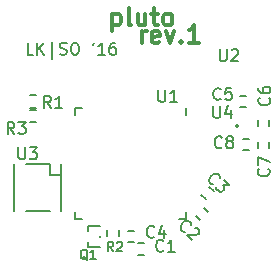
<source format=gto>
G04 #@! TF.FileFunction,Legend,Top*
%FSLAX46Y46*%
G04 Gerber Fmt 4.6, Leading zero omitted, Abs format (unit mm)*
G04 Created by KiCad (PCBNEW 4.0.2-stable) date Mon 11 Apr 2016 05:04:25 PM CEST*
%MOMM*%
G01*
G04 APERTURE LIST*
%ADD10C,0.100000*%
%ADD11C,0.200000*%
%ADD12C,0.300000*%
%ADD13C,0.203200*%
%ADD14C,0.150000*%
%ADD15C,0.152400*%
G04 APERTURE END LIST*
D10*
D11*
X49767405Y-89293381D02*
X49291214Y-89293381D01*
X49291214Y-88293381D01*
X50100738Y-89293381D02*
X50100738Y-88293381D01*
X50672167Y-89293381D02*
X50243595Y-88721952D01*
X50672167Y-88293381D02*
X50100738Y-88864810D01*
X51338833Y-89626714D02*
X51338833Y-88198143D01*
X52005500Y-89245762D02*
X52148357Y-89293381D01*
X52386453Y-89293381D01*
X52481691Y-89245762D01*
X52529310Y-89198143D01*
X52576929Y-89102905D01*
X52576929Y-89007667D01*
X52529310Y-88912429D01*
X52481691Y-88864810D01*
X52386453Y-88817190D01*
X52195976Y-88769571D01*
X52100738Y-88721952D01*
X52053119Y-88674333D01*
X52005500Y-88579095D01*
X52005500Y-88483857D01*
X52053119Y-88388619D01*
X52100738Y-88341000D01*
X52195976Y-88293381D01*
X52434072Y-88293381D01*
X52576929Y-88341000D01*
X53195976Y-88293381D02*
X53386453Y-88293381D01*
X53481691Y-88341000D01*
X53576929Y-88436238D01*
X53624548Y-88626714D01*
X53624548Y-88960048D01*
X53576929Y-89150524D01*
X53481691Y-89245762D01*
X53386453Y-89293381D01*
X53195976Y-89293381D01*
X53100738Y-89245762D01*
X53005500Y-89150524D01*
X52957881Y-88960048D01*
X52957881Y-88626714D01*
X53005500Y-88436238D01*
X53100738Y-88341000D01*
X53195976Y-88293381D01*
X54862643Y-88293381D02*
X54767405Y-88483857D01*
X55815024Y-89293381D02*
X55243595Y-89293381D01*
X55529309Y-89293381D02*
X55529309Y-88293381D01*
X55434071Y-88436238D01*
X55338833Y-88531476D01*
X55243595Y-88579095D01*
X56672167Y-88293381D02*
X56481690Y-88293381D01*
X56386452Y-88341000D01*
X56338833Y-88388619D01*
X56243595Y-88531476D01*
X56195976Y-88721952D01*
X56195976Y-89102905D01*
X56243595Y-89198143D01*
X56291214Y-89245762D01*
X56386452Y-89293381D01*
X56576929Y-89293381D01*
X56672167Y-89245762D01*
X56719786Y-89198143D01*
X56767405Y-89102905D01*
X56767405Y-88864810D01*
X56719786Y-88769571D01*
X56672167Y-88721952D01*
X56576929Y-88674333D01*
X56386452Y-88674333D01*
X56291214Y-88721952D01*
X56243595Y-88769571D01*
X56195976Y-88864810D01*
D12*
X58912644Y-88319571D02*
X58912644Y-87319571D01*
X58912644Y-87605286D02*
X58984072Y-87462429D01*
X59055501Y-87391000D01*
X59198358Y-87319571D01*
X59341215Y-87319571D01*
X60412643Y-88248143D02*
X60269786Y-88319571D01*
X59984072Y-88319571D01*
X59841215Y-88248143D01*
X59769786Y-88105286D01*
X59769786Y-87533857D01*
X59841215Y-87391000D01*
X59984072Y-87319571D01*
X60269786Y-87319571D01*
X60412643Y-87391000D01*
X60484072Y-87533857D01*
X60484072Y-87676714D01*
X59769786Y-87819571D01*
X60984072Y-87319571D02*
X61341215Y-88319571D01*
X61698357Y-87319571D01*
X62269786Y-88176714D02*
X62341214Y-88248143D01*
X62269786Y-88319571D01*
X62198357Y-88248143D01*
X62269786Y-88176714D01*
X62269786Y-88319571D01*
X63769786Y-88319571D02*
X62912643Y-88319571D01*
X63341215Y-88319571D02*
X63341215Y-86819571D01*
X63198358Y-87033857D01*
X63055500Y-87176714D01*
X62912643Y-87248143D01*
X56455500Y-85819571D02*
X56455500Y-87319571D01*
X56455500Y-85891000D02*
X56598357Y-85819571D01*
X56884071Y-85819571D01*
X57026928Y-85891000D01*
X57098357Y-85962429D01*
X57169786Y-86105286D01*
X57169786Y-86533857D01*
X57098357Y-86676714D01*
X57026928Y-86748143D01*
X56884071Y-86819571D01*
X56598357Y-86819571D01*
X56455500Y-86748143D01*
X58026929Y-86819571D02*
X57884071Y-86748143D01*
X57812643Y-86605286D01*
X57812643Y-85319571D01*
X59241214Y-85819571D02*
X59241214Y-86819571D01*
X58598357Y-85819571D02*
X58598357Y-86605286D01*
X58669785Y-86748143D01*
X58812643Y-86819571D01*
X59026928Y-86819571D01*
X59169785Y-86748143D01*
X59241214Y-86676714D01*
X59741214Y-85819571D02*
X60312643Y-85819571D01*
X59955500Y-85319571D02*
X59955500Y-86605286D01*
X60026928Y-86748143D01*
X60169786Y-86819571D01*
X60312643Y-86819571D01*
X61026929Y-86819571D02*
X60884071Y-86748143D01*
X60812643Y-86676714D01*
X60741214Y-86533857D01*
X60741214Y-86105286D01*
X60812643Y-85962429D01*
X60884071Y-85891000D01*
X61026929Y-85819571D01*
X61241214Y-85819571D01*
X61384071Y-85891000D01*
X61455500Y-85962429D01*
X61526929Y-86105286D01*
X61526929Y-86533857D01*
X61455500Y-86676714D01*
X61384071Y-86748143D01*
X61241214Y-86819571D01*
X61026929Y-86819571D01*
D13*
X54405500Y-103791000D02*
X55405500Y-103791000D01*
X55405500Y-104641000D02*
X55405500Y-104742314D01*
X55405500Y-105591000D02*
X54405500Y-105591000D01*
X54405500Y-105591000D02*
X54405500Y-105141000D01*
X54405500Y-104241000D02*
X54405500Y-103791000D01*
D14*
X63492848Y-102925099D02*
X63846401Y-103278652D01*
X64518152Y-102606901D02*
X64164599Y-102253348D01*
X67980500Y-96416000D02*
X67480500Y-96416000D01*
X67480500Y-97366000D02*
X67980500Y-97366000D01*
X58605500Y-106216000D02*
X59105500Y-106216000D01*
X59105500Y-105266000D02*
X58605500Y-105266000D01*
X62700000Y-103200000D02*
X62125000Y-103200000D01*
X53300000Y-93800000D02*
X53875000Y-93800000D01*
X53300000Y-103200000D02*
X53875000Y-103200000D01*
X62700000Y-93800000D02*
X62700000Y-94375000D01*
X53300000Y-93800000D02*
X53300000Y-94375000D01*
X53300000Y-103200000D02*
X53300000Y-102625000D01*
X62700000Y-103200000D02*
X62700000Y-102625000D01*
X57030500Y-104641000D02*
X57030500Y-104141000D01*
X55980500Y-104141000D02*
X55980500Y-104641000D01*
X49500000Y-93775000D02*
X50000000Y-93775000D01*
X50000000Y-92725000D02*
X49500000Y-92725000D01*
X63987348Y-101159099D02*
X64340901Y-101512652D01*
X65012652Y-100840901D02*
X64659099Y-100487348D01*
X50000000Y-93975000D02*
X49500000Y-93975000D01*
X49500000Y-95025000D02*
X50000000Y-95025000D01*
X57805500Y-105166000D02*
X58305500Y-105166000D01*
X58305500Y-104216000D02*
X57805500Y-104216000D01*
X51125000Y-99475000D02*
X51125000Y-98550000D01*
X52075000Y-99475000D02*
X51125000Y-99475000D01*
X52100000Y-98550000D02*
X52100000Y-102500000D01*
X49125000Y-98550000D02*
X51125000Y-98550000D01*
X48150000Y-102500000D02*
X48150000Y-98550000D01*
X51125156Y-102500000D02*
X49124895Y-102500000D01*
X67780500Y-92791000D02*
X67280500Y-92791000D01*
X67280500Y-93741000D02*
X67780500Y-93741000D01*
X69730500Y-95341000D02*
X69730500Y-94841000D01*
X68780500Y-94841000D02*
X68780500Y-95341000D01*
X68780500Y-96691000D02*
X68780500Y-97191000D01*
X69730500Y-97191000D02*
X69730500Y-96691000D01*
X67117303Y-95341000D02*
G75*
G03X67117303Y-95341000I-111803J0D01*
G01*
D15*
X54332929Y-106658286D02*
X54260357Y-106622000D01*
X54187786Y-106549429D01*
X54078929Y-106440571D01*
X54006357Y-106404286D01*
X53933786Y-106404286D01*
X53970071Y-106585714D02*
X53897500Y-106549429D01*
X53824929Y-106476857D01*
X53788643Y-106331714D01*
X53788643Y-106077714D01*
X53824929Y-105932571D01*
X53897500Y-105860000D01*
X53970071Y-105823714D01*
X54115214Y-105823714D01*
X54187786Y-105860000D01*
X54260357Y-105932571D01*
X54296643Y-106077714D01*
X54296643Y-106331714D01*
X54260357Y-106476857D01*
X54187786Y-106549429D01*
X54115214Y-106585714D01*
X53970071Y-106585714D01*
X55022357Y-106585714D02*
X54586929Y-106585714D01*
X54804643Y-106585714D02*
X54804643Y-105823714D01*
X54732072Y-105932571D01*
X54659500Y-106005143D01*
X54586929Y-106041429D01*
D14*
X65543595Y-88843381D02*
X65543595Y-89652905D01*
X65591214Y-89748143D01*
X65638833Y-89795762D01*
X65734071Y-89843381D01*
X65924548Y-89843381D01*
X66019786Y-89795762D01*
X66067405Y-89748143D01*
X66115024Y-89652905D01*
X66115024Y-88843381D01*
X66543595Y-88938619D02*
X66591214Y-88891000D01*
X66686452Y-88843381D01*
X66924548Y-88843381D01*
X67019786Y-88891000D01*
X67067405Y-88938619D01*
X67115024Y-89033857D01*
X67115024Y-89129095D01*
X67067405Y-89271952D01*
X66495976Y-89843381D01*
X67115024Y-89843381D01*
X62560111Y-104275688D02*
X62492768Y-104275688D01*
X62358081Y-104208344D01*
X62290737Y-104141001D01*
X62223393Y-104006313D01*
X62223393Y-103871626D01*
X62257065Y-103770611D01*
X62358080Y-103602253D01*
X62459096Y-103501237D01*
X62627455Y-103400222D01*
X62728470Y-103366550D01*
X62863157Y-103366550D01*
X62997844Y-103433894D01*
X63065188Y-103501237D01*
X63132531Y-103635924D01*
X63132531Y-103703268D01*
X63401905Y-103972641D02*
X63469248Y-103972641D01*
X63570263Y-104006313D01*
X63738623Y-104174672D01*
X63772294Y-104275688D01*
X63772294Y-104343031D01*
X63738623Y-104444046D01*
X63671279Y-104511390D01*
X63536592Y-104578733D01*
X62728470Y-104578733D01*
X63166203Y-105016466D01*
X65713834Y-97123143D02*
X65666215Y-97170762D01*
X65523358Y-97218381D01*
X65428120Y-97218381D01*
X65285262Y-97170762D01*
X65190024Y-97075524D01*
X65142405Y-96980286D01*
X65094786Y-96789810D01*
X65094786Y-96646952D01*
X65142405Y-96456476D01*
X65190024Y-96361238D01*
X65285262Y-96266000D01*
X65428120Y-96218381D01*
X65523358Y-96218381D01*
X65666215Y-96266000D01*
X65713834Y-96313619D01*
X66285262Y-96646952D02*
X66190024Y-96599333D01*
X66142405Y-96551714D01*
X66094786Y-96456476D01*
X66094786Y-96408857D01*
X66142405Y-96313619D01*
X66190024Y-96266000D01*
X66285262Y-96218381D01*
X66475739Y-96218381D01*
X66570977Y-96266000D01*
X66618596Y-96313619D01*
X66666215Y-96408857D01*
X66666215Y-96456476D01*
X66618596Y-96551714D01*
X66570977Y-96599333D01*
X66475739Y-96646952D01*
X66285262Y-96646952D01*
X66190024Y-96694571D01*
X66142405Y-96742190D01*
X66094786Y-96837429D01*
X66094786Y-97027905D01*
X66142405Y-97123143D01*
X66190024Y-97170762D01*
X66285262Y-97218381D01*
X66475739Y-97218381D01*
X66570977Y-97170762D01*
X66618596Y-97123143D01*
X66666215Y-97027905D01*
X66666215Y-96837429D01*
X66618596Y-96742190D01*
X66570977Y-96694571D01*
X66475739Y-96646952D01*
X60763834Y-105873143D02*
X60716215Y-105920762D01*
X60573358Y-105968381D01*
X60478120Y-105968381D01*
X60335262Y-105920762D01*
X60240024Y-105825524D01*
X60192405Y-105730286D01*
X60144786Y-105539810D01*
X60144786Y-105396952D01*
X60192405Y-105206476D01*
X60240024Y-105111238D01*
X60335262Y-105016000D01*
X60478120Y-104968381D01*
X60573358Y-104968381D01*
X60716215Y-105016000D01*
X60763834Y-105063619D01*
X61716215Y-105968381D02*
X61144786Y-105968381D01*
X61430500Y-105968381D02*
X61430500Y-104968381D01*
X61335262Y-105111238D01*
X61240024Y-105206476D01*
X61144786Y-105254095D01*
X60343595Y-92293381D02*
X60343595Y-93102905D01*
X60391214Y-93198143D01*
X60438833Y-93245762D01*
X60534071Y-93293381D01*
X60724548Y-93293381D01*
X60819786Y-93245762D01*
X60867405Y-93198143D01*
X60915024Y-93102905D01*
X60915024Y-92293381D01*
X61915024Y-93293381D02*
X61343595Y-93293381D01*
X61629309Y-93293381D02*
X61629309Y-92293381D01*
X61534071Y-92436238D01*
X61438833Y-92531476D01*
X61343595Y-92579095D01*
X56497167Y-105927905D02*
X56230500Y-105546952D01*
X56040024Y-105927905D02*
X56040024Y-105127905D01*
X56344786Y-105127905D01*
X56420977Y-105166000D01*
X56459072Y-105204095D01*
X56497167Y-105280286D01*
X56497167Y-105394571D01*
X56459072Y-105470762D01*
X56420977Y-105508857D01*
X56344786Y-105546952D01*
X56040024Y-105546952D01*
X56801929Y-105204095D02*
X56840024Y-105166000D01*
X56916215Y-105127905D01*
X57106691Y-105127905D01*
X57182881Y-105166000D01*
X57220977Y-105204095D01*
X57259072Y-105280286D01*
X57259072Y-105356476D01*
X57220977Y-105470762D01*
X56763834Y-105927905D01*
X57259072Y-105927905D01*
X51238834Y-93793381D02*
X50905500Y-93317190D01*
X50667405Y-93793381D02*
X50667405Y-92793381D01*
X51048358Y-92793381D01*
X51143596Y-92841000D01*
X51191215Y-92888619D01*
X51238834Y-92983857D01*
X51238834Y-93126714D01*
X51191215Y-93221952D01*
X51143596Y-93269571D01*
X51048358Y-93317190D01*
X50667405Y-93317190D01*
X52191215Y-93793381D02*
X51619786Y-93793381D01*
X51905500Y-93793381D02*
X51905500Y-92793381D01*
X51810262Y-92936238D01*
X51715024Y-93031476D01*
X51619786Y-93079095D01*
X64985111Y-100275688D02*
X64917768Y-100275688D01*
X64783081Y-100208344D01*
X64715737Y-100141001D01*
X64648393Y-100006313D01*
X64648393Y-99871626D01*
X64682065Y-99770611D01*
X64783080Y-99602253D01*
X64884096Y-99501237D01*
X65052455Y-99400222D01*
X65153470Y-99366550D01*
X65288157Y-99366550D01*
X65422844Y-99433894D01*
X65490188Y-99501237D01*
X65557531Y-99635924D01*
X65557531Y-99703268D01*
X65860576Y-99871626D02*
X66298310Y-100309359D01*
X65793233Y-100343030D01*
X65894249Y-100444046D01*
X65927921Y-100545061D01*
X65927921Y-100612405D01*
X65894248Y-100713421D01*
X65725890Y-100881779D01*
X65624874Y-100915451D01*
X65557531Y-100915451D01*
X65456516Y-100881779D01*
X65254485Y-100679748D01*
X65220813Y-100578733D01*
X65220813Y-100511390D01*
X48138834Y-95993381D02*
X47805500Y-95517190D01*
X47567405Y-95993381D02*
X47567405Y-94993381D01*
X47948358Y-94993381D01*
X48043596Y-95041000D01*
X48091215Y-95088619D01*
X48138834Y-95183857D01*
X48138834Y-95326714D01*
X48091215Y-95421952D01*
X48043596Y-95469571D01*
X47948358Y-95517190D01*
X47567405Y-95517190D01*
X48472167Y-94993381D02*
X49091215Y-94993381D01*
X48757881Y-95374333D01*
X48900739Y-95374333D01*
X48995977Y-95421952D01*
X49043596Y-95469571D01*
X49091215Y-95564810D01*
X49091215Y-95802905D01*
X49043596Y-95898143D01*
X48995977Y-95945762D01*
X48900739Y-95993381D01*
X48615024Y-95993381D01*
X48519786Y-95945762D01*
X48472167Y-95898143D01*
X59988834Y-104698143D02*
X59941215Y-104745762D01*
X59798358Y-104793381D01*
X59703120Y-104793381D01*
X59560262Y-104745762D01*
X59465024Y-104650524D01*
X59417405Y-104555286D01*
X59369786Y-104364810D01*
X59369786Y-104221952D01*
X59417405Y-104031476D01*
X59465024Y-103936238D01*
X59560262Y-103841000D01*
X59703120Y-103793381D01*
X59798358Y-103793381D01*
X59941215Y-103841000D01*
X59988834Y-103888619D01*
X60845977Y-104126714D02*
X60845977Y-104793381D01*
X60607881Y-103745762D02*
X60369786Y-104460048D01*
X60988834Y-104460048D01*
X48493595Y-97143381D02*
X48493595Y-97952905D01*
X48541214Y-98048143D01*
X48588833Y-98095762D01*
X48684071Y-98143381D01*
X48874548Y-98143381D01*
X48969786Y-98095762D01*
X49017405Y-98048143D01*
X49065024Y-97952905D01*
X49065024Y-97143381D01*
X49445976Y-97143381D02*
X50065024Y-97143381D01*
X49731690Y-97524333D01*
X49874548Y-97524333D01*
X49969786Y-97571952D01*
X50017405Y-97619571D01*
X50065024Y-97714810D01*
X50065024Y-97952905D01*
X50017405Y-98048143D01*
X49969786Y-98095762D01*
X49874548Y-98143381D01*
X49588833Y-98143381D01*
X49493595Y-98095762D01*
X49445976Y-98048143D01*
X65613834Y-93023143D02*
X65566215Y-93070762D01*
X65423358Y-93118381D01*
X65328120Y-93118381D01*
X65185262Y-93070762D01*
X65090024Y-92975524D01*
X65042405Y-92880286D01*
X64994786Y-92689810D01*
X64994786Y-92546952D01*
X65042405Y-92356476D01*
X65090024Y-92261238D01*
X65185262Y-92166000D01*
X65328120Y-92118381D01*
X65423358Y-92118381D01*
X65566215Y-92166000D01*
X65613834Y-92213619D01*
X66518596Y-92118381D02*
X66042405Y-92118381D01*
X65994786Y-92594571D01*
X66042405Y-92546952D01*
X66137643Y-92499333D01*
X66375739Y-92499333D01*
X66470977Y-92546952D01*
X66518596Y-92594571D01*
X66566215Y-92689810D01*
X66566215Y-92927905D01*
X66518596Y-93023143D01*
X66470977Y-93070762D01*
X66375739Y-93118381D01*
X66137643Y-93118381D01*
X66042405Y-93070762D01*
X65994786Y-93023143D01*
X69712643Y-92957666D02*
X69760262Y-93005285D01*
X69807881Y-93148142D01*
X69807881Y-93243380D01*
X69760262Y-93386238D01*
X69665024Y-93481476D01*
X69569786Y-93529095D01*
X69379310Y-93576714D01*
X69236452Y-93576714D01*
X69045976Y-93529095D01*
X68950738Y-93481476D01*
X68855500Y-93386238D01*
X68807881Y-93243380D01*
X68807881Y-93148142D01*
X68855500Y-93005285D01*
X68903119Y-92957666D01*
X68807881Y-92100523D02*
X68807881Y-92291000D01*
X68855500Y-92386238D01*
X68903119Y-92433857D01*
X69045976Y-92529095D01*
X69236452Y-92576714D01*
X69617405Y-92576714D01*
X69712643Y-92529095D01*
X69760262Y-92481476D01*
X69807881Y-92386238D01*
X69807881Y-92195761D01*
X69760262Y-92100523D01*
X69712643Y-92052904D01*
X69617405Y-92005285D01*
X69379310Y-92005285D01*
X69284071Y-92052904D01*
X69236452Y-92100523D01*
X69188833Y-92195761D01*
X69188833Y-92386238D01*
X69236452Y-92481476D01*
X69284071Y-92529095D01*
X69379310Y-92576714D01*
X69662643Y-98957666D02*
X69710262Y-99005285D01*
X69757881Y-99148142D01*
X69757881Y-99243380D01*
X69710262Y-99386238D01*
X69615024Y-99481476D01*
X69519786Y-99529095D01*
X69329310Y-99576714D01*
X69186452Y-99576714D01*
X68995976Y-99529095D01*
X68900738Y-99481476D01*
X68805500Y-99386238D01*
X68757881Y-99243380D01*
X68757881Y-99148142D01*
X68805500Y-99005285D01*
X68853119Y-98957666D01*
X68757881Y-98624333D02*
X68757881Y-97957666D01*
X69757881Y-98386238D01*
X64993595Y-93643381D02*
X64993595Y-94452905D01*
X65041214Y-94548143D01*
X65088833Y-94595762D01*
X65184071Y-94643381D01*
X65374548Y-94643381D01*
X65469786Y-94595762D01*
X65517405Y-94548143D01*
X65565024Y-94452905D01*
X65565024Y-93643381D01*
X66469786Y-93976714D02*
X66469786Y-94643381D01*
X66231690Y-93595762D02*
X65993595Y-94310048D01*
X66612643Y-94310048D01*
M02*

</source>
